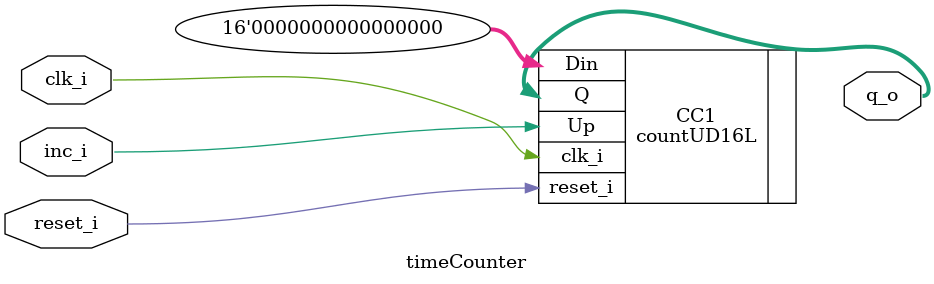
<source format=v>
`timescale 1ns / 1ps

module timeCounter(
    input clk_i,
    input inc_i,
    input reset_i,
    output [7:0] q_o
    );
    
    countUD16L CC1 (.clk_i(clk_i),.Din(16'b0000000000000000),.Up(inc_i),.reset_i(reset_i),.Q(q_o[7:0]));

endmodule
</source>
